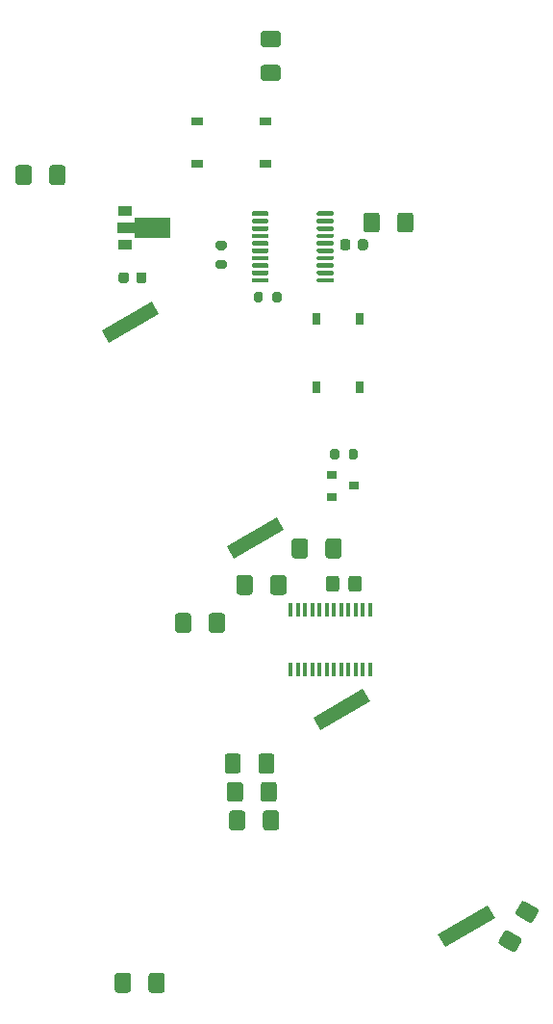
<source format=gbr>
G04 #@! TF.GenerationSoftware,KiCad,Pcbnew,5.1.7*
G04 #@! TF.CreationDate,2020-12-05T21:44:05-08:00*
G04 #@! TF.ProjectId,xmascard2020,786d6173-6361-4726-9432-3032302e6b69,rev?*
G04 #@! TF.SameCoordinates,Original*
G04 #@! TF.FileFunction,Paste,Bot*
G04 #@! TF.FilePolarity,Positive*
%FSLAX46Y46*%
G04 Gerber Fmt 4.6, Leading zero omitted, Abs format (unit mm)*
G04 Created by KiCad (PCBNEW 5.1.7) date 2020-12-05 21:44:05*
%MOMM*%
%LPD*%
G01*
G04 APERTURE LIST*
%ADD10C,0.100000*%
%ADD11R,0.900000X0.800000*%
%ADD12R,0.750000X1.000000*%
%ADD13R,1.000000X0.750000*%
%ADD14R,1.300000X0.900000*%
%ADD15R,0.400000X1.200000*%
G04 APERTURE END LIST*
G36*
G01*
X117425000Y-80450000D02*
X117425000Y-80950000D01*
G75*
G02*
X117200000Y-81175000I-225000J0D01*
G01*
X116750000Y-81175000D01*
G75*
G02*
X116525000Y-80950000I0J225000D01*
G01*
X116525000Y-80450000D01*
G75*
G02*
X116750000Y-80225000I225000J0D01*
G01*
X117200000Y-80225000D01*
G75*
G02*
X117425000Y-80450000I0J-225000D01*
G01*
G37*
G36*
G01*
X115875000Y-80450000D02*
X115875000Y-80950000D01*
G75*
G02*
X115650000Y-81175000I-225000J0D01*
G01*
X115200000Y-81175000D01*
G75*
G02*
X114975000Y-80950000I0J225000D01*
G01*
X114975000Y-80450000D01*
G75*
G02*
X115200000Y-80225000I225000J0D01*
G01*
X115650000Y-80225000D01*
G75*
G02*
X115875000Y-80450000I0J-225000D01*
G01*
G37*
D10*
G36*
X110009705Y-105793215D02*
G01*
X105610295Y-108333215D01*
X104975295Y-107233363D01*
X109374705Y-104693363D01*
X110009705Y-105793215D01*
G37*
G36*
X99024705Y-86766637D02*
G01*
X94625295Y-89306637D01*
X93990295Y-88206785D01*
X98389705Y-85666785D01*
X99024705Y-86766637D01*
G37*
G36*
X123575295Y-141333363D02*
G01*
X127974705Y-138793363D01*
X128609705Y-139893215D01*
X124210295Y-142433215D01*
X123575295Y-141333363D01*
G37*
G36*
X112590295Y-122306785D02*
G01*
X116989705Y-119766785D01*
X117624705Y-120866637D01*
X113225295Y-123406637D01*
X112590295Y-122306785D01*
G37*
G36*
G01*
X97025000Y-83850000D02*
X97025000Y-83350000D01*
G75*
G02*
X97250000Y-83125000I225000J0D01*
G01*
X97700000Y-83125000D01*
G75*
G02*
X97925000Y-83350000I0J-225000D01*
G01*
X97925000Y-83850000D01*
G75*
G02*
X97700000Y-84075000I-225000J0D01*
G01*
X97250000Y-84075000D01*
G75*
G02*
X97025000Y-83850000I0J225000D01*
G01*
G37*
G36*
G01*
X95475000Y-83850000D02*
X95475000Y-83350000D01*
G75*
G02*
X95700000Y-83125000I225000J0D01*
G01*
X96150000Y-83125000D01*
G75*
G02*
X96375000Y-83350000I0J-225000D01*
G01*
X96375000Y-83850000D01*
G75*
G02*
X96150000Y-84075000I-225000J0D01*
G01*
X95700000Y-84075000D01*
G75*
G02*
X95475000Y-83850000I0J225000D01*
G01*
G37*
D11*
X114200000Y-102850000D03*
X114200000Y-100950000D03*
X116200000Y-101900000D03*
G36*
G01*
X104225000Y-80375000D02*
X104775000Y-80375000D01*
G75*
G02*
X104975000Y-80575000I0J-200000D01*
G01*
X104975000Y-80975000D01*
G75*
G02*
X104775000Y-81175000I-200000J0D01*
G01*
X104225000Y-81175000D01*
G75*
G02*
X104025000Y-80975000I0J200000D01*
G01*
X104025000Y-80575000D01*
G75*
G02*
X104225000Y-80375000I200000J0D01*
G01*
G37*
G36*
G01*
X104225000Y-82025000D02*
X104775000Y-82025000D01*
G75*
G02*
X104975000Y-82225000I0J-200000D01*
G01*
X104975000Y-82625000D01*
G75*
G02*
X104775000Y-82825000I-200000J0D01*
G01*
X104225000Y-82825000D01*
G75*
G02*
X104025000Y-82625000I0J200000D01*
G01*
X104025000Y-82225000D01*
G75*
G02*
X104225000Y-82025000I200000J0D01*
G01*
G37*
G36*
G01*
X107375000Y-85575000D02*
X107375000Y-85025000D01*
G75*
G02*
X107575000Y-84825000I200000J0D01*
G01*
X107975000Y-84825000D01*
G75*
G02*
X108175000Y-85025000I0J-200000D01*
G01*
X108175000Y-85575000D01*
G75*
G02*
X107975000Y-85775000I-200000J0D01*
G01*
X107575000Y-85775000D01*
G75*
G02*
X107375000Y-85575000I0J200000D01*
G01*
G37*
G36*
G01*
X109025000Y-85575000D02*
X109025000Y-85025000D01*
G75*
G02*
X109225000Y-84825000I200000J0D01*
G01*
X109625000Y-84825000D01*
G75*
G02*
X109825000Y-85025000I0J-200000D01*
G01*
X109825000Y-85575000D01*
G75*
G02*
X109625000Y-85775000I-200000J0D01*
G01*
X109225000Y-85775000D01*
G75*
G02*
X109025000Y-85575000I0J200000D01*
G01*
G37*
G36*
G01*
X115725000Y-99375000D02*
X115725000Y-98825000D01*
G75*
G02*
X115925000Y-98625000I200000J0D01*
G01*
X116325000Y-98625000D01*
G75*
G02*
X116525000Y-98825000I0J-200000D01*
G01*
X116525000Y-99375000D01*
G75*
G02*
X116325000Y-99575000I-200000J0D01*
G01*
X115925000Y-99575000D01*
G75*
G02*
X115725000Y-99375000I0J200000D01*
G01*
G37*
G36*
G01*
X114075000Y-99375000D02*
X114075000Y-98825000D01*
G75*
G02*
X114275000Y-98625000I200000J0D01*
G01*
X114675000Y-98625000D01*
G75*
G02*
X114875000Y-98825000I0J-200000D01*
G01*
X114875000Y-99375000D01*
G75*
G02*
X114675000Y-99575000I-200000J0D01*
G01*
X114275000Y-99575000D01*
G75*
G02*
X114075000Y-99375000I0J200000D01*
G01*
G37*
G36*
G01*
X116900000Y-110049999D02*
X116900000Y-110950001D01*
G75*
G02*
X116650001Y-111200000I-249999J0D01*
G01*
X115949999Y-111200000D01*
G75*
G02*
X115700000Y-110950001I0J249999D01*
G01*
X115700000Y-110049999D01*
G75*
G02*
X115949999Y-109800000I249999J0D01*
G01*
X116650001Y-109800000D01*
G75*
G02*
X116900000Y-110049999I0J-249999D01*
G01*
G37*
G36*
G01*
X114900000Y-110049999D02*
X114900000Y-110950001D01*
G75*
G02*
X114650001Y-111200000I-249999J0D01*
G01*
X113949999Y-111200000D01*
G75*
G02*
X113700000Y-110950001I0J249999D01*
G01*
X113700000Y-110049999D01*
G75*
G02*
X113949999Y-109800000I249999J0D01*
G01*
X114650001Y-109800000D01*
G75*
G02*
X114900000Y-110049999I0J-249999D01*
G01*
G37*
D12*
X116675000Y-93200000D03*
X116675000Y-87200000D03*
X112925000Y-87200000D03*
X112925000Y-93200000D03*
D13*
X102400000Y-69825000D03*
X108400000Y-69825000D03*
X108400000Y-73575000D03*
X102400000Y-73575000D03*
D14*
X96050000Y-80700000D03*
X96050000Y-77700000D03*
D10*
G36*
X100000000Y-80066500D02*
G01*
X96875000Y-80066500D01*
X96875000Y-79650000D01*
X95400000Y-79650000D01*
X95400000Y-78750000D01*
X96875000Y-78750000D01*
X96875000Y-78333500D01*
X100000000Y-78333500D01*
X100000000Y-80066500D01*
G37*
G36*
G01*
X107200000Y-83925000D02*
X107200000Y-83725000D01*
G75*
G02*
X107300000Y-83625000I100000J0D01*
G01*
X108575000Y-83625000D01*
G75*
G02*
X108675000Y-83725000I0J-100000D01*
G01*
X108675000Y-83925000D01*
G75*
G02*
X108575000Y-84025000I-100000J0D01*
G01*
X107300000Y-84025000D01*
G75*
G02*
X107200000Y-83925000I0J100000D01*
G01*
G37*
G36*
G01*
X107200000Y-83275000D02*
X107200000Y-83075000D01*
G75*
G02*
X107300000Y-82975000I100000J0D01*
G01*
X108575000Y-82975000D01*
G75*
G02*
X108675000Y-83075000I0J-100000D01*
G01*
X108675000Y-83275000D01*
G75*
G02*
X108575000Y-83375000I-100000J0D01*
G01*
X107300000Y-83375000D01*
G75*
G02*
X107200000Y-83275000I0J100000D01*
G01*
G37*
G36*
G01*
X107200000Y-82625000D02*
X107200000Y-82425000D01*
G75*
G02*
X107300000Y-82325000I100000J0D01*
G01*
X108575000Y-82325000D01*
G75*
G02*
X108675000Y-82425000I0J-100000D01*
G01*
X108675000Y-82625000D01*
G75*
G02*
X108575000Y-82725000I-100000J0D01*
G01*
X107300000Y-82725000D01*
G75*
G02*
X107200000Y-82625000I0J100000D01*
G01*
G37*
G36*
G01*
X107200000Y-81975000D02*
X107200000Y-81775000D01*
G75*
G02*
X107300000Y-81675000I100000J0D01*
G01*
X108575000Y-81675000D01*
G75*
G02*
X108675000Y-81775000I0J-100000D01*
G01*
X108675000Y-81975000D01*
G75*
G02*
X108575000Y-82075000I-100000J0D01*
G01*
X107300000Y-82075000D01*
G75*
G02*
X107200000Y-81975000I0J100000D01*
G01*
G37*
G36*
G01*
X107200000Y-81325000D02*
X107200000Y-81125000D01*
G75*
G02*
X107300000Y-81025000I100000J0D01*
G01*
X108575000Y-81025000D01*
G75*
G02*
X108675000Y-81125000I0J-100000D01*
G01*
X108675000Y-81325000D01*
G75*
G02*
X108575000Y-81425000I-100000J0D01*
G01*
X107300000Y-81425000D01*
G75*
G02*
X107200000Y-81325000I0J100000D01*
G01*
G37*
G36*
G01*
X107200000Y-80675000D02*
X107200000Y-80475000D01*
G75*
G02*
X107300000Y-80375000I100000J0D01*
G01*
X108575000Y-80375000D01*
G75*
G02*
X108675000Y-80475000I0J-100000D01*
G01*
X108675000Y-80675000D01*
G75*
G02*
X108575000Y-80775000I-100000J0D01*
G01*
X107300000Y-80775000D01*
G75*
G02*
X107200000Y-80675000I0J100000D01*
G01*
G37*
G36*
G01*
X107200000Y-80025000D02*
X107200000Y-79825000D01*
G75*
G02*
X107300000Y-79725000I100000J0D01*
G01*
X108575000Y-79725000D01*
G75*
G02*
X108675000Y-79825000I0J-100000D01*
G01*
X108675000Y-80025000D01*
G75*
G02*
X108575000Y-80125000I-100000J0D01*
G01*
X107300000Y-80125000D01*
G75*
G02*
X107200000Y-80025000I0J100000D01*
G01*
G37*
G36*
G01*
X107200000Y-79375000D02*
X107200000Y-79175000D01*
G75*
G02*
X107300000Y-79075000I100000J0D01*
G01*
X108575000Y-79075000D01*
G75*
G02*
X108675000Y-79175000I0J-100000D01*
G01*
X108675000Y-79375000D01*
G75*
G02*
X108575000Y-79475000I-100000J0D01*
G01*
X107300000Y-79475000D01*
G75*
G02*
X107200000Y-79375000I0J100000D01*
G01*
G37*
G36*
G01*
X107200000Y-78725000D02*
X107200000Y-78525000D01*
G75*
G02*
X107300000Y-78425000I100000J0D01*
G01*
X108575000Y-78425000D01*
G75*
G02*
X108675000Y-78525000I0J-100000D01*
G01*
X108675000Y-78725000D01*
G75*
G02*
X108575000Y-78825000I-100000J0D01*
G01*
X107300000Y-78825000D01*
G75*
G02*
X107200000Y-78725000I0J100000D01*
G01*
G37*
G36*
G01*
X107200000Y-78075000D02*
X107200000Y-77875000D01*
G75*
G02*
X107300000Y-77775000I100000J0D01*
G01*
X108575000Y-77775000D01*
G75*
G02*
X108675000Y-77875000I0J-100000D01*
G01*
X108675000Y-78075000D01*
G75*
G02*
X108575000Y-78175000I-100000J0D01*
G01*
X107300000Y-78175000D01*
G75*
G02*
X107200000Y-78075000I0J100000D01*
G01*
G37*
G36*
G01*
X112925000Y-78075000D02*
X112925000Y-77875000D01*
G75*
G02*
X113025000Y-77775000I100000J0D01*
G01*
X114300000Y-77775000D01*
G75*
G02*
X114400000Y-77875000I0J-100000D01*
G01*
X114400000Y-78075000D01*
G75*
G02*
X114300000Y-78175000I-100000J0D01*
G01*
X113025000Y-78175000D01*
G75*
G02*
X112925000Y-78075000I0J100000D01*
G01*
G37*
G36*
G01*
X112925000Y-78725000D02*
X112925000Y-78525000D01*
G75*
G02*
X113025000Y-78425000I100000J0D01*
G01*
X114300000Y-78425000D01*
G75*
G02*
X114400000Y-78525000I0J-100000D01*
G01*
X114400000Y-78725000D01*
G75*
G02*
X114300000Y-78825000I-100000J0D01*
G01*
X113025000Y-78825000D01*
G75*
G02*
X112925000Y-78725000I0J100000D01*
G01*
G37*
G36*
G01*
X112925000Y-79375000D02*
X112925000Y-79175000D01*
G75*
G02*
X113025000Y-79075000I100000J0D01*
G01*
X114300000Y-79075000D01*
G75*
G02*
X114400000Y-79175000I0J-100000D01*
G01*
X114400000Y-79375000D01*
G75*
G02*
X114300000Y-79475000I-100000J0D01*
G01*
X113025000Y-79475000D01*
G75*
G02*
X112925000Y-79375000I0J100000D01*
G01*
G37*
G36*
G01*
X112925000Y-80025000D02*
X112925000Y-79825000D01*
G75*
G02*
X113025000Y-79725000I100000J0D01*
G01*
X114300000Y-79725000D01*
G75*
G02*
X114400000Y-79825000I0J-100000D01*
G01*
X114400000Y-80025000D01*
G75*
G02*
X114300000Y-80125000I-100000J0D01*
G01*
X113025000Y-80125000D01*
G75*
G02*
X112925000Y-80025000I0J100000D01*
G01*
G37*
G36*
G01*
X112925000Y-80675000D02*
X112925000Y-80475000D01*
G75*
G02*
X113025000Y-80375000I100000J0D01*
G01*
X114300000Y-80375000D01*
G75*
G02*
X114400000Y-80475000I0J-100000D01*
G01*
X114400000Y-80675000D01*
G75*
G02*
X114300000Y-80775000I-100000J0D01*
G01*
X113025000Y-80775000D01*
G75*
G02*
X112925000Y-80675000I0J100000D01*
G01*
G37*
G36*
G01*
X112925000Y-81325000D02*
X112925000Y-81125000D01*
G75*
G02*
X113025000Y-81025000I100000J0D01*
G01*
X114300000Y-81025000D01*
G75*
G02*
X114400000Y-81125000I0J-100000D01*
G01*
X114400000Y-81325000D01*
G75*
G02*
X114300000Y-81425000I-100000J0D01*
G01*
X113025000Y-81425000D01*
G75*
G02*
X112925000Y-81325000I0J100000D01*
G01*
G37*
G36*
G01*
X112925000Y-81975000D02*
X112925000Y-81775000D01*
G75*
G02*
X113025000Y-81675000I100000J0D01*
G01*
X114300000Y-81675000D01*
G75*
G02*
X114400000Y-81775000I0J-100000D01*
G01*
X114400000Y-81975000D01*
G75*
G02*
X114300000Y-82075000I-100000J0D01*
G01*
X113025000Y-82075000D01*
G75*
G02*
X112925000Y-81975000I0J100000D01*
G01*
G37*
G36*
G01*
X112925000Y-82625000D02*
X112925000Y-82425000D01*
G75*
G02*
X113025000Y-82325000I100000J0D01*
G01*
X114300000Y-82325000D01*
G75*
G02*
X114400000Y-82425000I0J-100000D01*
G01*
X114400000Y-82625000D01*
G75*
G02*
X114300000Y-82725000I-100000J0D01*
G01*
X113025000Y-82725000D01*
G75*
G02*
X112925000Y-82625000I0J100000D01*
G01*
G37*
G36*
G01*
X112925000Y-83275000D02*
X112925000Y-83075000D01*
G75*
G02*
X113025000Y-82975000I100000J0D01*
G01*
X114300000Y-82975000D01*
G75*
G02*
X114400000Y-83075000I0J-100000D01*
G01*
X114400000Y-83275000D01*
G75*
G02*
X114300000Y-83375000I-100000J0D01*
G01*
X113025000Y-83375000D01*
G75*
G02*
X112925000Y-83275000I0J100000D01*
G01*
G37*
G36*
G01*
X112925000Y-83925000D02*
X112925000Y-83725000D01*
G75*
G02*
X113025000Y-83625000I100000J0D01*
G01*
X114300000Y-83625000D01*
G75*
G02*
X114400000Y-83725000I0J-100000D01*
G01*
X114400000Y-83925000D01*
G75*
G02*
X114300000Y-84025000I-100000J0D01*
G01*
X113025000Y-84025000D01*
G75*
G02*
X112925000Y-83925000I0J100000D01*
G01*
G37*
D15*
X117592500Y-118000000D03*
X116957500Y-118000000D03*
X116322500Y-118000000D03*
X115687500Y-118000000D03*
X115052500Y-118000000D03*
X114417500Y-118000000D03*
X113782500Y-118000000D03*
X113147500Y-118000000D03*
X112512500Y-118000000D03*
X111877500Y-118000000D03*
X111242500Y-118000000D03*
X110607500Y-118000000D03*
X110607500Y-112800000D03*
X111242500Y-112800000D03*
X111877500Y-112800000D03*
X112512500Y-112800000D03*
X113147500Y-112800000D03*
X113782500Y-112800000D03*
X114417500Y-112800000D03*
X115052500Y-112800000D03*
X115687500Y-112800000D03*
X116322500Y-112800000D03*
X116957500Y-112800000D03*
X117592500Y-112800000D03*
G36*
G01*
X121428024Y-78134000D02*
X121428024Y-79384000D01*
G75*
G02*
X121178024Y-79634000I-250000J0D01*
G01*
X120253024Y-79634000D01*
G75*
G02*
X120003024Y-79384000I0J250000D01*
G01*
X120003024Y-78134000D01*
G75*
G02*
X120253024Y-77884000I250000J0D01*
G01*
X121178024Y-77884000D01*
G75*
G02*
X121428024Y-78134000I0J-250000D01*
G01*
G37*
G36*
G01*
X118453024Y-78134000D02*
X118453024Y-79384000D01*
G75*
G02*
X118203024Y-79634000I-250000J0D01*
G01*
X117278024Y-79634000D01*
G75*
G02*
X117028024Y-79384000I0J250000D01*
G01*
X117028024Y-78134000D01*
G75*
G02*
X117278024Y-77884000I250000J0D01*
G01*
X118203024Y-77884000D01*
G75*
G02*
X118453024Y-78134000I0J-250000D01*
G01*
G37*
G36*
G01*
X108234436Y-64890000D02*
X109484436Y-64890000D01*
G75*
G02*
X109734436Y-65140000I0J-250000D01*
G01*
X109734436Y-66065000D01*
G75*
G02*
X109484436Y-66315000I-250000J0D01*
G01*
X108234436Y-66315000D01*
G75*
G02*
X107984436Y-66065000I0J250000D01*
G01*
X107984436Y-65140000D01*
G75*
G02*
X108234436Y-64890000I250000J0D01*
G01*
G37*
G36*
G01*
X108234436Y-61915000D02*
X109484436Y-61915000D01*
G75*
G02*
X109734436Y-62165000I0J-250000D01*
G01*
X109734436Y-63090000D01*
G75*
G02*
X109484436Y-63340000I-250000J0D01*
G01*
X108234436Y-63340000D01*
G75*
G02*
X107984436Y-63090000I0J250000D01*
G01*
X107984436Y-62165000D01*
G75*
G02*
X108234436Y-61915000I250000J0D01*
G01*
G37*
G36*
G01*
X90790972Y-73958000D02*
X90790972Y-75208000D01*
G75*
G02*
X90540972Y-75458000I-250000J0D01*
G01*
X89615972Y-75458000D01*
G75*
G02*
X89365972Y-75208000I0J250000D01*
G01*
X89365972Y-73958000D01*
G75*
G02*
X89615972Y-73708000I250000J0D01*
G01*
X90540972Y-73708000D01*
G75*
G02*
X90790972Y-73958000I0J-250000D01*
G01*
G37*
G36*
G01*
X87815972Y-73958000D02*
X87815972Y-75208000D01*
G75*
G02*
X87565972Y-75458000I-250000J0D01*
G01*
X86640972Y-75458000D01*
G75*
G02*
X86390972Y-75208000I0J250000D01*
G01*
X86390972Y-73958000D01*
G75*
G02*
X86640972Y-73708000I250000J0D01*
G01*
X87565972Y-73708000D01*
G75*
G02*
X87815972Y-73958000I0J-250000D01*
G01*
G37*
G36*
G01*
X131234814Y-138411244D02*
X132317346Y-139036244D01*
G75*
G02*
X132408852Y-139377750I-125000J-216506D01*
G01*
X131946352Y-140178824D01*
G75*
G02*
X131604846Y-140270330I-216506J125000D01*
G01*
X130522314Y-139645330D01*
G75*
G02*
X130430808Y-139303824I125000J216506D01*
G01*
X130893308Y-138502750D01*
G75*
G02*
X131234814Y-138411244I216506J-125000D01*
G01*
G37*
G36*
G01*
X129747314Y-140987670D02*
X130829846Y-141612670D01*
G75*
G02*
X130921352Y-141954176I-125000J-216506D01*
G01*
X130458852Y-142755250D01*
G75*
G02*
X130117346Y-142846756I-216506J125000D01*
G01*
X129034814Y-142221756D01*
G75*
G02*
X128943308Y-141880250I125000J216506D01*
G01*
X129405808Y-141079176D01*
G75*
G02*
X129747314Y-140987670I216506J-125000D01*
G01*
G37*
G36*
G01*
X106625000Y-130675000D02*
X106625000Y-131925000D01*
G75*
G02*
X106375000Y-132175000I-250000J0D01*
G01*
X105450000Y-132175000D01*
G75*
G02*
X105200000Y-131925000I0J250000D01*
G01*
X105200000Y-130675000D01*
G75*
G02*
X105450000Y-130425000I250000J0D01*
G01*
X106375000Y-130425000D01*
G75*
G02*
X106625000Y-130675000I0J-250000D01*
G01*
G37*
G36*
G01*
X109600000Y-130675000D02*
X109600000Y-131925000D01*
G75*
G02*
X109350000Y-132175000I-250000J0D01*
G01*
X108425000Y-132175000D01*
G75*
G02*
X108175000Y-131925000I0J250000D01*
G01*
X108175000Y-130675000D01*
G75*
G02*
X108425000Y-130425000I250000J0D01*
G01*
X109350000Y-130425000D01*
G75*
G02*
X109600000Y-130675000I0J-250000D01*
G01*
G37*
G36*
G01*
X109400000Y-128175000D02*
X109400000Y-129425000D01*
G75*
G02*
X109150000Y-129675000I-250000J0D01*
G01*
X108225000Y-129675000D01*
G75*
G02*
X107975000Y-129425000I0J250000D01*
G01*
X107975000Y-128175000D01*
G75*
G02*
X108225000Y-127925000I250000J0D01*
G01*
X109150000Y-127925000D01*
G75*
G02*
X109400000Y-128175000I0J-250000D01*
G01*
G37*
G36*
G01*
X106425000Y-128175000D02*
X106425000Y-129425000D01*
G75*
G02*
X106175000Y-129675000I-250000J0D01*
G01*
X105250000Y-129675000D01*
G75*
G02*
X105000000Y-129425000I0J250000D01*
G01*
X105000000Y-128175000D01*
G75*
G02*
X105250000Y-127925000I250000J0D01*
G01*
X106175000Y-127925000D01*
G75*
G02*
X106425000Y-128175000I0J-250000D01*
G01*
G37*
G36*
G01*
X106225000Y-125675000D02*
X106225000Y-126925000D01*
G75*
G02*
X105975000Y-127175000I-250000J0D01*
G01*
X105050000Y-127175000D01*
G75*
G02*
X104800000Y-126925000I0J250000D01*
G01*
X104800000Y-125675000D01*
G75*
G02*
X105050000Y-125425000I250000J0D01*
G01*
X105975000Y-125425000D01*
G75*
G02*
X106225000Y-125675000I0J-250000D01*
G01*
G37*
G36*
G01*
X109200000Y-125675000D02*
X109200000Y-126925000D01*
G75*
G02*
X108950000Y-127175000I-250000J0D01*
G01*
X108025000Y-127175000D01*
G75*
G02*
X107775000Y-126925000I0J250000D01*
G01*
X107775000Y-125675000D01*
G75*
G02*
X108025000Y-125425000I250000J0D01*
G01*
X108950000Y-125425000D01*
G75*
G02*
X109200000Y-125675000I0J-250000D01*
G01*
G37*
G36*
G01*
X99533344Y-144948000D02*
X99533344Y-146198000D01*
G75*
G02*
X99283344Y-146448000I-250000J0D01*
G01*
X98358344Y-146448000D01*
G75*
G02*
X98108344Y-146198000I0J250000D01*
G01*
X98108344Y-144948000D01*
G75*
G02*
X98358344Y-144698000I250000J0D01*
G01*
X99283344Y-144698000D01*
G75*
G02*
X99533344Y-144948000I0J-250000D01*
G01*
G37*
G36*
G01*
X96558344Y-144948000D02*
X96558344Y-146198000D01*
G75*
G02*
X96308344Y-146448000I-250000J0D01*
G01*
X95383344Y-146448000D01*
G75*
G02*
X95133344Y-146198000I0J250000D01*
G01*
X95133344Y-144948000D01*
G75*
G02*
X95383344Y-144698000I250000J0D01*
G01*
X96308344Y-144698000D01*
G75*
G02*
X96558344Y-144948000I0J-250000D01*
G01*
G37*
G36*
G01*
X101863279Y-113316000D02*
X101863279Y-114566000D01*
G75*
G02*
X101613279Y-114816000I-250000J0D01*
G01*
X100688279Y-114816000D01*
G75*
G02*
X100438279Y-114566000I0J250000D01*
G01*
X100438279Y-113316000D01*
G75*
G02*
X100688279Y-113066000I250000J0D01*
G01*
X101613279Y-113066000D01*
G75*
G02*
X101863279Y-113316000I0J-250000D01*
G01*
G37*
G36*
G01*
X104838279Y-113316000D02*
X104838279Y-114566000D01*
G75*
G02*
X104588279Y-114816000I-250000J0D01*
G01*
X103663279Y-114816000D01*
G75*
G02*
X103413279Y-114566000I0J250000D01*
G01*
X103413279Y-113316000D01*
G75*
G02*
X103663279Y-113066000I250000J0D01*
G01*
X104588279Y-113066000D01*
G75*
G02*
X104838279Y-113316000I0J-250000D01*
G01*
G37*
G36*
G01*
X110249830Y-109978000D02*
X110249830Y-111228000D01*
G75*
G02*
X109999830Y-111478000I-250000J0D01*
G01*
X109074830Y-111478000D01*
G75*
G02*
X108824830Y-111228000I0J250000D01*
G01*
X108824830Y-109978000D01*
G75*
G02*
X109074830Y-109728000I250000J0D01*
G01*
X109999830Y-109728000D01*
G75*
G02*
X110249830Y-109978000I0J-250000D01*
G01*
G37*
G36*
G01*
X107274830Y-109978000D02*
X107274830Y-111228000D01*
G75*
G02*
X107024830Y-111478000I-250000J0D01*
G01*
X106099830Y-111478000D01*
G75*
G02*
X105849830Y-111228000I0J250000D01*
G01*
X105849830Y-109978000D01*
G75*
G02*
X106099830Y-109728000I250000J0D01*
G01*
X107024830Y-109728000D01*
G75*
G02*
X107274830Y-109978000I0J-250000D01*
G01*
G37*
G36*
G01*
X112132443Y-106768000D02*
X112132443Y-108018000D01*
G75*
G02*
X111882443Y-108268000I-250000J0D01*
G01*
X110957443Y-108268000D01*
G75*
G02*
X110707443Y-108018000I0J250000D01*
G01*
X110707443Y-106768000D01*
G75*
G02*
X110957443Y-106518000I250000J0D01*
G01*
X111882443Y-106518000D01*
G75*
G02*
X112132443Y-106768000I0J-250000D01*
G01*
G37*
G36*
G01*
X115107443Y-106768000D02*
X115107443Y-108018000D01*
G75*
G02*
X114857443Y-108268000I-250000J0D01*
G01*
X113932443Y-108268000D01*
G75*
G02*
X113682443Y-108018000I0J250000D01*
G01*
X113682443Y-106768000D01*
G75*
G02*
X113932443Y-106518000I250000J0D01*
G01*
X114857443Y-106518000D01*
G75*
G02*
X115107443Y-106768000I0J-250000D01*
G01*
G37*
M02*

</source>
